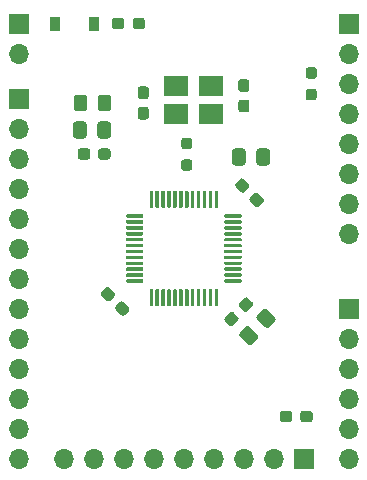
<source format=gbr>
G04 #@! TF.GenerationSoftware,KiCad,Pcbnew,(5.1.10-1-10_14)*
G04 #@! TF.CreationDate,2021-12-12T21:17:35+11:00*
G04 #@! TF.ProjectId,STM32L1_Breakout,53544d33-324c-4315-9f42-7265616b6f75,rev?*
G04 #@! TF.SameCoordinates,Original*
G04 #@! TF.FileFunction,Soldermask,Top*
G04 #@! TF.FilePolarity,Negative*
%FSLAX46Y46*%
G04 Gerber Fmt 4.6, Leading zero omitted, Abs format (unit mm)*
G04 Created by KiCad (PCBNEW (5.1.10-1-10_14)) date 2021-12-12 21:17:35*
%MOMM*%
%LPD*%
G01*
G04 APERTURE LIST*
%ADD10O,1.700000X1.700000*%
%ADD11R,1.700000X1.700000*%
%ADD12R,0.900000X1.200000*%
%ADD13R,2.100000X1.800000*%
G04 APERTURE END LIST*
D10*
X105410000Y-66040000D03*
X105410000Y-63500000D03*
X105410000Y-60960000D03*
X105410000Y-58420000D03*
X105410000Y-55880000D03*
X105410000Y-53340000D03*
X105410000Y-50800000D03*
D11*
X105410000Y-48260000D03*
D10*
X105410000Y-85090000D03*
X105410000Y-82550000D03*
X105410000Y-80010000D03*
X105410000Y-77470000D03*
X105410000Y-74930000D03*
D11*
X105410000Y-72390000D03*
D10*
X77470000Y-85090000D03*
X77470000Y-82550000D03*
X77470000Y-80010000D03*
X77470000Y-77470000D03*
X77470000Y-74930000D03*
X77470000Y-72390000D03*
X77470000Y-69850000D03*
X77470000Y-67310000D03*
X77470000Y-64770000D03*
X77470000Y-62230000D03*
X77470000Y-59690000D03*
X77470000Y-57150000D03*
D11*
X77470000Y-54610000D03*
D10*
X81280000Y-85090000D03*
X83820000Y-85090000D03*
X86360000Y-85090000D03*
X88900000Y-85090000D03*
X91440000Y-85090000D03*
X93980000Y-85090000D03*
X96520000Y-85090000D03*
X99060000Y-85090000D03*
D11*
X101600000Y-85090000D03*
D10*
X77470000Y-50800000D03*
D11*
X77470000Y-48260000D03*
G36*
G01*
X86781008Y-72602132D02*
X86445132Y-72938008D01*
G75*
G02*
X86109256Y-72938008I-167938J167938D01*
G01*
X85684992Y-72513744D01*
G75*
G02*
X85684992Y-72177868I167938J167938D01*
G01*
X86020868Y-71841992D01*
G75*
G02*
X86356744Y-71841992I167938J-167938D01*
G01*
X86781008Y-72266256D01*
G75*
G02*
X86781008Y-72602132I-167938J-167938D01*
G01*
G37*
G36*
G01*
X85561248Y-71382372D02*
X85225372Y-71718248D01*
G75*
G02*
X84889496Y-71718248I-167938J167938D01*
G01*
X84465232Y-71293984D01*
G75*
G02*
X84465232Y-70958108I167938J167938D01*
G01*
X84801108Y-70622232D01*
G75*
G02*
X85136984Y-70622232I167938J-167938D01*
G01*
X85561248Y-71046496D01*
G75*
G02*
X85561248Y-71382372I-167938J-167938D01*
G01*
G37*
G36*
G01*
X97064752Y-62983628D02*
X97400628Y-62647752D01*
G75*
G02*
X97736504Y-62647752I167938J-167938D01*
G01*
X98160768Y-63072016D01*
G75*
G02*
X98160768Y-63407892I-167938J-167938D01*
G01*
X97824892Y-63743768D01*
G75*
G02*
X97489016Y-63743768I-167938J167938D01*
G01*
X97064752Y-63319504D01*
G75*
G02*
X97064752Y-62983628I167938J167938D01*
G01*
G37*
G36*
G01*
X95844992Y-61763868D02*
X96180868Y-61427992D01*
G75*
G02*
X96516744Y-61427992I167938J-167938D01*
G01*
X96941008Y-61852256D01*
G75*
G02*
X96941008Y-62188132I-167938J-167938D01*
G01*
X96605132Y-62524008D01*
G75*
G02*
X96269256Y-62524008I-167938J167938D01*
G01*
X95844992Y-62099744D01*
G75*
G02*
X95844992Y-61763868I167938J167938D01*
G01*
G37*
G36*
G01*
X96917680Y-71513891D02*
X97253556Y-71849767D01*
G75*
G02*
X97253556Y-72185643I-167938J-167938D01*
G01*
X96829292Y-72609907D01*
G75*
G02*
X96493416Y-72609907I-167938J167938D01*
G01*
X96157540Y-72274031D01*
G75*
G02*
X96157540Y-71938155I167938J167938D01*
G01*
X96581804Y-71513891D01*
G75*
G02*
X96917680Y-71513891I167938J-167938D01*
G01*
G37*
G36*
G01*
X95697920Y-72733651D02*
X96033796Y-73069527D01*
G75*
G02*
X96033796Y-73405403I-167938J-167938D01*
G01*
X95609532Y-73829667D01*
G75*
G02*
X95273656Y-73829667I-167938J167938D01*
G01*
X94937780Y-73493791D01*
G75*
G02*
X94937780Y-73157915I167938J167938D01*
G01*
X95362044Y-72733651D01*
G75*
G02*
X95697920Y-72733651I167938J-167938D01*
G01*
G37*
G36*
G01*
X98491346Y-72478032D02*
X99163097Y-73149783D01*
G75*
G02*
X99163097Y-73503337I-176777J-176777D01*
G01*
X98685800Y-73980634D01*
G75*
G02*
X98332246Y-73980634I-176777J176777D01*
G01*
X97660495Y-73308883D01*
G75*
G02*
X97660495Y-72955329I176777J176777D01*
G01*
X98137792Y-72478032D01*
G75*
G02*
X98491346Y-72478032I176777J-176777D01*
G01*
G37*
G36*
G01*
X97024100Y-73945278D02*
X97695851Y-74617029D01*
G75*
G02*
X97695851Y-74970583I-176777J-176777D01*
G01*
X97218554Y-75447880D01*
G75*
G02*
X96865000Y-75447880I-176777J176777D01*
G01*
X96193249Y-74776129D01*
G75*
G02*
X96193249Y-74422575I176777J176777D01*
G01*
X96670546Y-73945278D01*
G75*
G02*
X97024100Y-73945278I176777J-176777D01*
G01*
G37*
G36*
G01*
X83521500Y-59071500D02*
X83521500Y-59546500D01*
G75*
G02*
X83284000Y-59784000I-237500J0D01*
G01*
X82684000Y-59784000D01*
G75*
G02*
X82446500Y-59546500I0J237500D01*
G01*
X82446500Y-59071500D01*
G75*
G02*
X82684000Y-58834000I237500J0D01*
G01*
X83284000Y-58834000D01*
G75*
G02*
X83521500Y-59071500I0J-237500D01*
G01*
G37*
G36*
G01*
X85246500Y-59071500D02*
X85246500Y-59546500D01*
G75*
G02*
X85009000Y-59784000I-237500J0D01*
G01*
X84409000Y-59784000D01*
G75*
G02*
X84171500Y-59546500I0J237500D01*
G01*
X84171500Y-59071500D01*
G75*
G02*
X84409000Y-58834000I237500J0D01*
G01*
X85009000Y-58834000D01*
G75*
G02*
X85246500Y-59071500I0J-237500D01*
G01*
G37*
G36*
G01*
X83221500Y-56802000D02*
X83221500Y-57752000D01*
G75*
G02*
X82971500Y-58002000I-250000J0D01*
G01*
X82296500Y-58002000D01*
G75*
G02*
X82046500Y-57752000I0J250000D01*
G01*
X82046500Y-56802000D01*
G75*
G02*
X82296500Y-56552000I250000J0D01*
G01*
X82971500Y-56552000D01*
G75*
G02*
X83221500Y-56802000I0J-250000D01*
G01*
G37*
G36*
G01*
X85296500Y-56802000D02*
X85296500Y-57752000D01*
G75*
G02*
X85046500Y-58002000I-250000J0D01*
G01*
X84371500Y-58002000D01*
G75*
G02*
X84121500Y-57752000I0J250000D01*
G01*
X84121500Y-56802000D01*
G75*
G02*
X84371500Y-56552000I250000J0D01*
G01*
X85046500Y-56552000D01*
G75*
G02*
X85296500Y-56802000I0J-250000D01*
G01*
G37*
G36*
G01*
X96282500Y-52982500D02*
X96757500Y-52982500D01*
G75*
G02*
X96995000Y-53220000I0J-237500D01*
G01*
X96995000Y-53820000D01*
G75*
G02*
X96757500Y-54057500I-237500J0D01*
G01*
X96282500Y-54057500D01*
G75*
G02*
X96045000Y-53820000I0J237500D01*
G01*
X96045000Y-53220000D01*
G75*
G02*
X96282500Y-52982500I237500J0D01*
G01*
G37*
G36*
G01*
X96282500Y-54707500D02*
X96757500Y-54707500D01*
G75*
G02*
X96995000Y-54945000I0J-237500D01*
G01*
X96995000Y-55545000D01*
G75*
G02*
X96757500Y-55782500I-237500J0D01*
G01*
X96282500Y-55782500D01*
G75*
G02*
X96045000Y-55545000I0J237500D01*
G01*
X96045000Y-54945000D01*
G75*
G02*
X96282500Y-54707500I237500J0D01*
G01*
G37*
G36*
G01*
X88248500Y-54666000D02*
X87773500Y-54666000D01*
G75*
G02*
X87536000Y-54428500I0J237500D01*
G01*
X87536000Y-53828500D01*
G75*
G02*
X87773500Y-53591000I237500J0D01*
G01*
X88248500Y-53591000D01*
G75*
G02*
X88486000Y-53828500I0J-237500D01*
G01*
X88486000Y-54428500D01*
G75*
G02*
X88248500Y-54666000I-237500J0D01*
G01*
G37*
G36*
G01*
X88248500Y-56391000D02*
X87773500Y-56391000D01*
G75*
G02*
X87536000Y-56153500I0J237500D01*
G01*
X87536000Y-55553500D01*
G75*
G02*
X87773500Y-55316000I237500J0D01*
G01*
X88248500Y-55316000D01*
G75*
G02*
X88486000Y-55553500I0J-237500D01*
G01*
X88486000Y-56153500D01*
G75*
G02*
X88248500Y-56391000I-237500J0D01*
G01*
G37*
G36*
G01*
X95508500Y-60038000D02*
X95508500Y-59088000D01*
G75*
G02*
X95758500Y-58838000I250000J0D01*
G01*
X96433500Y-58838000D01*
G75*
G02*
X96683500Y-59088000I0J-250000D01*
G01*
X96683500Y-60038000D01*
G75*
G02*
X96433500Y-60288000I-250000J0D01*
G01*
X95758500Y-60288000D01*
G75*
G02*
X95508500Y-60038000I0J250000D01*
G01*
G37*
G36*
G01*
X97583500Y-60038000D02*
X97583500Y-59088000D01*
G75*
G02*
X97833500Y-58838000I250000J0D01*
G01*
X98508500Y-58838000D01*
G75*
G02*
X98758500Y-59088000I0J-250000D01*
G01*
X98758500Y-60038000D01*
G75*
G02*
X98508500Y-60288000I-250000J0D01*
G01*
X97833500Y-60288000D01*
G75*
G02*
X97583500Y-60038000I0J250000D01*
G01*
G37*
G36*
G01*
X102365000Y-81296500D02*
X102365000Y-81771500D01*
G75*
G02*
X102127500Y-82009000I-237500J0D01*
G01*
X101527500Y-82009000D01*
G75*
G02*
X101290000Y-81771500I0J237500D01*
G01*
X101290000Y-81296500D01*
G75*
G02*
X101527500Y-81059000I237500J0D01*
G01*
X102127500Y-81059000D01*
G75*
G02*
X102365000Y-81296500I0J-237500D01*
G01*
G37*
G36*
G01*
X100640000Y-81296500D02*
X100640000Y-81771500D01*
G75*
G02*
X100402500Y-82009000I-237500J0D01*
G01*
X99802500Y-82009000D01*
G75*
G02*
X99565000Y-81771500I0J237500D01*
G01*
X99565000Y-81296500D01*
G75*
G02*
X99802500Y-81059000I237500J0D01*
G01*
X100402500Y-81059000D01*
G75*
G02*
X100640000Y-81296500I0J-237500D01*
G01*
G37*
D12*
X83820000Y-48260000D03*
X80520000Y-48260000D03*
G36*
G01*
X88155000Y-48022500D02*
X88155000Y-48497500D01*
G75*
G02*
X87917500Y-48735000I-237500J0D01*
G01*
X87342500Y-48735000D01*
G75*
G02*
X87105000Y-48497500I0J237500D01*
G01*
X87105000Y-48022500D01*
G75*
G02*
X87342500Y-47785000I237500J0D01*
G01*
X87917500Y-47785000D01*
G75*
G02*
X88155000Y-48022500I0J-237500D01*
G01*
G37*
G36*
G01*
X86405000Y-48022500D02*
X86405000Y-48497500D01*
G75*
G02*
X86167500Y-48735000I-237500J0D01*
G01*
X85592500Y-48735000D01*
G75*
G02*
X85355000Y-48497500I0J237500D01*
G01*
X85355000Y-48022500D01*
G75*
G02*
X85592500Y-47785000I237500J0D01*
G01*
X86167500Y-47785000D01*
G75*
G02*
X86405000Y-48022500I0J-237500D01*
G01*
G37*
G36*
G01*
X85302000Y-54540999D02*
X85302000Y-55441001D01*
G75*
G02*
X85052001Y-55691000I-249999J0D01*
G01*
X84401999Y-55691000D01*
G75*
G02*
X84152000Y-55441001I0J249999D01*
G01*
X84152000Y-54540999D01*
G75*
G02*
X84401999Y-54291000I249999J0D01*
G01*
X85052001Y-54291000D01*
G75*
G02*
X85302000Y-54540999I0J-249999D01*
G01*
G37*
G36*
G01*
X83252000Y-54540999D02*
X83252000Y-55441001D01*
G75*
G02*
X83002001Y-55691000I-249999J0D01*
G01*
X82351999Y-55691000D01*
G75*
G02*
X82102000Y-55441001I0J249999D01*
G01*
X82102000Y-54540999D01*
G75*
G02*
X82351999Y-54291000I249999J0D01*
G01*
X83002001Y-54291000D01*
G75*
G02*
X83252000Y-54540999I0J-249999D01*
G01*
G37*
G36*
G01*
X102472500Y-52938500D02*
X101997500Y-52938500D01*
G75*
G02*
X101760000Y-52701000I0J237500D01*
G01*
X101760000Y-52201000D01*
G75*
G02*
X101997500Y-51963500I237500J0D01*
G01*
X102472500Y-51963500D01*
G75*
G02*
X102710000Y-52201000I0J-237500D01*
G01*
X102710000Y-52701000D01*
G75*
G02*
X102472500Y-52938500I-237500J0D01*
G01*
G37*
G36*
G01*
X102472500Y-54763500D02*
X101997500Y-54763500D01*
G75*
G02*
X101760000Y-54526000I0J237500D01*
G01*
X101760000Y-54026000D01*
G75*
G02*
X101997500Y-53788500I237500J0D01*
G01*
X102472500Y-53788500D01*
G75*
G02*
X102710000Y-54026000I0J-237500D01*
G01*
X102710000Y-54526000D01*
G75*
G02*
X102472500Y-54763500I-237500J0D01*
G01*
G37*
G36*
G01*
X91931500Y-60732500D02*
X91456500Y-60732500D01*
G75*
G02*
X91219000Y-60495000I0J237500D01*
G01*
X91219000Y-59995000D01*
G75*
G02*
X91456500Y-59757500I237500J0D01*
G01*
X91931500Y-59757500D01*
G75*
G02*
X92169000Y-59995000I0J-237500D01*
G01*
X92169000Y-60495000D01*
G75*
G02*
X91931500Y-60732500I-237500J0D01*
G01*
G37*
G36*
G01*
X91931500Y-58907500D02*
X91456500Y-58907500D01*
G75*
G02*
X91219000Y-58670000I0J237500D01*
G01*
X91219000Y-58170000D01*
G75*
G02*
X91456500Y-57932500I237500J0D01*
G01*
X91931500Y-57932500D01*
G75*
G02*
X92169000Y-58170000I0J-237500D01*
G01*
X92169000Y-58670000D01*
G75*
G02*
X91931500Y-58907500I-237500J0D01*
G01*
G37*
G36*
G01*
X94115000Y-62410000D02*
X94265000Y-62410000D01*
G75*
G02*
X94340000Y-62485000I0J-75000D01*
G01*
X94340000Y-63810000D01*
G75*
G02*
X94265000Y-63885000I-75000J0D01*
G01*
X94115000Y-63885000D01*
G75*
G02*
X94040000Y-63810000I0J75000D01*
G01*
X94040000Y-62485000D01*
G75*
G02*
X94115000Y-62410000I75000J0D01*
G01*
G37*
G36*
G01*
X93615000Y-62410000D02*
X93765000Y-62410000D01*
G75*
G02*
X93840000Y-62485000I0J-75000D01*
G01*
X93840000Y-63810000D01*
G75*
G02*
X93765000Y-63885000I-75000J0D01*
G01*
X93615000Y-63885000D01*
G75*
G02*
X93540000Y-63810000I0J75000D01*
G01*
X93540000Y-62485000D01*
G75*
G02*
X93615000Y-62410000I75000J0D01*
G01*
G37*
G36*
G01*
X93115000Y-62410000D02*
X93265000Y-62410000D01*
G75*
G02*
X93340000Y-62485000I0J-75000D01*
G01*
X93340000Y-63810000D01*
G75*
G02*
X93265000Y-63885000I-75000J0D01*
G01*
X93115000Y-63885000D01*
G75*
G02*
X93040000Y-63810000I0J75000D01*
G01*
X93040000Y-62485000D01*
G75*
G02*
X93115000Y-62410000I75000J0D01*
G01*
G37*
G36*
G01*
X92615000Y-62410000D02*
X92765000Y-62410000D01*
G75*
G02*
X92840000Y-62485000I0J-75000D01*
G01*
X92840000Y-63810000D01*
G75*
G02*
X92765000Y-63885000I-75000J0D01*
G01*
X92615000Y-63885000D01*
G75*
G02*
X92540000Y-63810000I0J75000D01*
G01*
X92540000Y-62485000D01*
G75*
G02*
X92615000Y-62410000I75000J0D01*
G01*
G37*
G36*
G01*
X92115000Y-62410000D02*
X92265000Y-62410000D01*
G75*
G02*
X92340000Y-62485000I0J-75000D01*
G01*
X92340000Y-63810000D01*
G75*
G02*
X92265000Y-63885000I-75000J0D01*
G01*
X92115000Y-63885000D01*
G75*
G02*
X92040000Y-63810000I0J75000D01*
G01*
X92040000Y-62485000D01*
G75*
G02*
X92115000Y-62410000I75000J0D01*
G01*
G37*
G36*
G01*
X91615000Y-62410000D02*
X91765000Y-62410000D01*
G75*
G02*
X91840000Y-62485000I0J-75000D01*
G01*
X91840000Y-63810000D01*
G75*
G02*
X91765000Y-63885000I-75000J0D01*
G01*
X91615000Y-63885000D01*
G75*
G02*
X91540000Y-63810000I0J75000D01*
G01*
X91540000Y-62485000D01*
G75*
G02*
X91615000Y-62410000I75000J0D01*
G01*
G37*
G36*
G01*
X91115000Y-62410000D02*
X91265000Y-62410000D01*
G75*
G02*
X91340000Y-62485000I0J-75000D01*
G01*
X91340000Y-63810000D01*
G75*
G02*
X91265000Y-63885000I-75000J0D01*
G01*
X91115000Y-63885000D01*
G75*
G02*
X91040000Y-63810000I0J75000D01*
G01*
X91040000Y-62485000D01*
G75*
G02*
X91115000Y-62410000I75000J0D01*
G01*
G37*
G36*
G01*
X90615000Y-62410000D02*
X90765000Y-62410000D01*
G75*
G02*
X90840000Y-62485000I0J-75000D01*
G01*
X90840000Y-63810000D01*
G75*
G02*
X90765000Y-63885000I-75000J0D01*
G01*
X90615000Y-63885000D01*
G75*
G02*
X90540000Y-63810000I0J75000D01*
G01*
X90540000Y-62485000D01*
G75*
G02*
X90615000Y-62410000I75000J0D01*
G01*
G37*
G36*
G01*
X90115000Y-62410000D02*
X90265000Y-62410000D01*
G75*
G02*
X90340000Y-62485000I0J-75000D01*
G01*
X90340000Y-63810000D01*
G75*
G02*
X90265000Y-63885000I-75000J0D01*
G01*
X90115000Y-63885000D01*
G75*
G02*
X90040000Y-63810000I0J75000D01*
G01*
X90040000Y-62485000D01*
G75*
G02*
X90115000Y-62410000I75000J0D01*
G01*
G37*
G36*
G01*
X89615000Y-62410000D02*
X89765000Y-62410000D01*
G75*
G02*
X89840000Y-62485000I0J-75000D01*
G01*
X89840000Y-63810000D01*
G75*
G02*
X89765000Y-63885000I-75000J0D01*
G01*
X89615000Y-63885000D01*
G75*
G02*
X89540000Y-63810000I0J75000D01*
G01*
X89540000Y-62485000D01*
G75*
G02*
X89615000Y-62410000I75000J0D01*
G01*
G37*
G36*
G01*
X89115000Y-62410000D02*
X89265000Y-62410000D01*
G75*
G02*
X89340000Y-62485000I0J-75000D01*
G01*
X89340000Y-63810000D01*
G75*
G02*
X89265000Y-63885000I-75000J0D01*
G01*
X89115000Y-63885000D01*
G75*
G02*
X89040000Y-63810000I0J75000D01*
G01*
X89040000Y-62485000D01*
G75*
G02*
X89115000Y-62410000I75000J0D01*
G01*
G37*
G36*
G01*
X88615000Y-62410000D02*
X88765000Y-62410000D01*
G75*
G02*
X88840000Y-62485000I0J-75000D01*
G01*
X88840000Y-63810000D01*
G75*
G02*
X88765000Y-63885000I-75000J0D01*
G01*
X88615000Y-63885000D01*
G75*
G02*
X88540000Y-63810000I0J75000D01*
G01*
X88540000Y-62485000D01*
G75*
G02*
X88615000Y-62410000I75000J0D01*
G01*
G37*
G36*
G01*
X86615000Y-64410000D02*
X87940000Y-64410000D01*
G75*
G02*
X88015000Y-64485000I0J-75000D01*
G01*
X88015000Y-64635000D01*
G75*
G02*
X87940000Y-64710000I-75000J0D01*
G01*
X86615000Y-64710000D01*
G75*
G02*
X86540000Y-64635000I0J75000D01*
G01*
X86540000Y-64485000D01*
G75*
G02*
X86615000Y-64410000I75000J0D01*
G01*
G37*
G36*
G01*
X86615000Y-64910000D02*
X87940000Y-64910000D01*
G75*
G02*
X88015000Y-64985000I0J-75000D01*
G01*
X88015000Y-65135000D01*
G75*
G02*
X87940000Y-65210000I-75000J0D01*
G01*
X86615000Y-65210000D01*
G75*
G02*
X86540000Y-65135000I0J75000D01*
G01*
X86540000Y-64985000D01*
G75*
G02*
X86615000Y-64910000I75000J0D01*
G01*
G37*
G36*
G01*
X86615000Y-65410000D02*
X87940000Y-65410000D01*
G75*
G02*
X88015000Y-65485000I0J-75000D01*
G01*
X88015000Y-65635000D01*
G75*
G02*
X87940000Y-65710000I-75000J0D01*
G01*
X86615000Y-65710000D01*
G75*
G02*
X86540000Y-65635000I0J75000D01*
G01*
X86540000Y-65485000D01*
G75*
G02*
X86615000Y-65410000I75000J0D01*
G01*
G37*
G36*
G01*
X86615000Y-65910000D02*
X87940000Y-65910000D01*
G75*
G02*
X88015000Y-65985000I0J-75000D01*
G01*
X88015000Y-66135000D01*
G75*
G02*
X87940000Y-66210000I-75000J0D01*
G01*
X86615000Y-66210000D01*
G75*
G02*
X86540000Y-66135000I0J75000D01*
G01*
X86540000Y-65985000D01*
G75*
G02*
X86615000Y-65910000I75000J0D01*
G01*
G37*
G36*
G01*
X86615000Y-66410000D02*
X87940000Y-66410000D01*
G75*
G02*
X88015000Y-66485000I0J-75000D01*
G01*
X88015000Y-66635000D01*
G75*
G02*
X87940000Y-66710000I-75000J0D01*
G01*
X86615000Y-66710000D01*
G75*
G02*
X86540000Y-66635000I0J75000D01*
G01*
X86540000Y-66485000D01*
G75*
G02*
X86615000Y-66410000I75000J0D01*
G01*
G37*
G36*
G01*
X86615000Y-66910000D02*
X87940000Y-66910000D01*
G75*
G02*
X88015000Y-66985000I0J-75000D01*
G01*
X88015000Y-67135000D01*
G75*
G02*
X87940000Y-67210000I-75000J0D01*
G01*
X86615000Y-67210000D01*
G75*
G02*
X86540000Y-67135000I0J75000D01*
G01*
X86540000Y-66985000D01*
G75*
G02*
X86615000Y-66910000I75000J0D01*
G01*
G37*
G36*
G01*
X86615000Y-67410000D02*
X87940000Y-67410000D01*
G75*
G02*
X88015000Y-67485000I0J-75000D01*
G01*
X88015000Y-67635000D01*
G75*
G02*
X87940000Y-67710000I-75000J0D01*
G01*
X86615000Y-67710000D01*
G75*
G02*
X86540000Y-67635000I0J75000D01*
G01*
X86540000Y-67485000D01*
G75*
G02*
X86615000Y-67410000I75000J0D01*
G01*
G37*
G36*
G01*
X86615000Y-67910000D02*
X87940000Y-67910000D01*
G75*
G02*
X88015000Y-67985000I0J-75000D01*
G01*
X88015000Y-68135000D01*
G75*
G02*
X87940000Y-68210000I-75000J0D01*
G01*
X86615000Y-68210000D01*
G75*
G02*
X86540000Y-68135000I0J75000D01*
G01*
X86540000Y-67985000D01*
G75*
G02*
X86615000Y-67910000I75000J0D01*
G01*
G37*
G36*
G01*
X86615000Y-68410000D02*
X87940000Y-68410000D01*
G75*
G02*
X88015000Y-68485000I0J-75000D01*
G01*
X88015000Y-68635000D01*
G75*
G02*
X87940000Y-68710000I-75000J0D01*
G01*
X86615000Y-68710000D01*
G75*
G02*
X86540000Y-68635000I0J75000D01*
G01*
X86540000Y-68485000D01*
G75*
G02*
X86615000Y-68410000I75000J0D01*
G01*
G37*
G36*
G01*
X86615000Y-68910000D02*
X87940000Y-68910000D01*
G75*
G02*
X88015000Y-68985000I0J-75000D01*
G01*
X88015000Y-69135000D01*
G75*
G02*
X87940000Y-69210000I-75000J0D01*
G01*
X86615000Y-69210000D01*
G75*
G02*
X86540000Y-69135000I0J75000D01*
G01*
X86540000Y-68985000D01*
G75*
G02*
X86615000Y-68910000I75000J0D01*
G01*
G37*
G36*
G01*
X86615000Y-69410000D02*
X87940000Y-69410000D01*
G75*
G02*
X88015000Y-69485000I0J-75000D01*
G01*
X88015000Y-69635000D01*
G75*
G02*
X87940000Y-69710000I-75000J0D01*
G01*
X86615000Y-69710000D01*
G75*
G02*
X86540000Y-69635000I0J75000D01*
G01*
X86540000Y-69485000D01*
G75*
G02*
X86615000Y-69410000I75000J0D01*
G01*
G37*
G36*
G01*
X86615000Y-69910000D02*
X87940000Y-69910000D01*
G75*
G02*
X88015000Y-69985000I0J-75000D01*
G01*
X88015000Y-70135000D01*
G75*
G02*
X87940000Y-70210000I-75000J0D01*
G01*
X86615000Y-70210000D01*
G75*
G02*
X86540000Y-70135000I0J75000D01*
G01*
X86540000Y-69985000D01*
G75*
G02*
X86615000Y-69910000I75000J0D01*
G01*
G37*
G36*
G01*
X88615000Y-70735000D02*
X88765000Y-70735000D01*
G75*
G02*
X88840000Y-70810000I0J-75000D01*
G01*
X88840000Y-72135000D01*
G75*
G02*
X88765000Y-72210000I-75000J0D01*
G01*
X88615000Y-72210000D01*
G75*
G02*
X88540000Y-72135000I0J75000D01*
G01*
X88540000Y-70810000D01*
G75*
G02*
X88615000Y-70735000I75000J0D01*
G01*
G37*
G36*
G01*
X89115000Y-70735000D02*
X89265000Y-70735000D01*
G75*
G02*
X89340000Y-70810000I0J-75000D01*
G01*
X89340000Y-72135000D01*
G75*
G02*
X89265000Y-72210000I-75000J0D01*
G01*
X89115000Y-72210000D01*
G75*
G02*
X89040000Y-72135000I0J75000D01*
G01*
X89040000Y-70810000D01*
G75*
G02*
X89115000Y-70735000I75000J0D01*
G01*
G37*
G36*
G01*
X89615000Y-70735000D02*
X89765000Y-70735000D01*
G75*
G02*
X89840000Y-70810000I0J-75000D01*
G01*
X89840000Y-72135000D01*
G75*
G02*
X89765000Y-72210000I-75000J0D01*
G01*
X89615000Y-72210000D01*
G75*
G02*
X89540000Y-72135000I0J75000D01*
G01*
X89540000Y-70810000D01*
G75*
G02*
X89615000Y-70735000I75000J0D01*
G01*
G37*
G36*
G01*
X90115000Y-70735000D02*
X90265000Y-70735000D01*
G75*
G02*
X90340000Y-70810000I0J-75000D01*
G01*
X90340000Y-72135000D01*
G75*
G02*
X90265000Y-72210000I-75000J0D01*
G01*
X90115000Y-72210000D01*
G75*
G02*
X90040000Y-72135000I0J75000D01*
G01*
X90040000Y-70810000D01*
G75*
G02*
X90115000Y-70735000I75000J0D01*
G01*
G37*
G36*
G01*
X90615000Y-70735000D02*
X90765000Y-70735000D01*
G75*
G02*
X90840000Y-70810000I0J-75000D01*
G01*
X90840000Y-72135000D01*
G75*
G02*
X90765000Y-72210000I-75000J0D01*
G01*
X90615000Y-72210000D01*
G75*
G02*
X90540000Y-72135000I0J75000D01*
G01*
X90540000Y-70810000D01*
G75*
G02*
X90615000Y-70735000I75000J0D01*
G01*
G37*
G36*
G01*
X91115000Y-70735000D02*
X91265000Y-70735000D01*
G75*
G02*
X91340000Y-70810000I0J-75000D01*
G01*
X91340000Y-72135000D01*
G75*
G02*
X91265000Y-72210000I-75000J0D01*
G01*
X91115000Y-72210000D01*
G75*
G02*
X91040000Y-72135000I0J75000D01*
G01*
X91040000Y-70810000D01*
G75*
G02*
X91115000Y-70735000I75000J0D01*
G01*
G37*
G36*
G01*
X91615000Y-70735000D02*
X91765000Y-70735000D01*
G75*
G02*
X91840000Y-70810000I0J-75000D01*
G01*
X91840000Y-72135000D01*
G75*
G02*
X91765000Y-72210000I-75000J0D01*
G01*
X91615000Y-72210000D01*
G75*
G02*
X91540000Y-72135000I0J75000D01*
G01*
X91540000Y-70810000D01*
G75*
G02*
X91615000Y-70735000I75000J0D01*
G01*
G37*
G36*
G01*
X92115000Y-70735000D02*
X92265000Y-70735000D01*
G75*
G02*
X92340000Y-70810000I0J-75000D01*
G01*
X92340000Y-72135000D01*
G75*
G02*
X92265000Y-72210000I-75000J0D01*
G01*
X92115000Y-72210000D01*
G75*
G02*
X92040000Y-72135000I0J75000D01*
G01*
X92040000Y-70810000D01*
G75*
G02*
X92115000Y-70735000I75000J0D01*
G01*
G37*
G36*
G01*
X92615000Y-70735000D02*
X92765000Y-70735000D01*
G75*
G02*
X92840000Y-70810000I0J-75000D01*
G01*
X92840000Y-72135000D01*
G75*
G02*
X92765000Y-72210000I-75000J0D01*
G01*
X92615000Y-72210000D01*
G75*
G02*
X92540000Y-72135000I0J75000D01*
G01*
X92540000Y-70810000D01*
G75*
G02*
X92615000Y-70735000I75000J0D01*
G01*
G37*
G36*
G01*
X93115000Y-70735000D02*
X93265000Y-70735000D01*
G75*
G02*
X93340000Y-70810000I0J-75000D01*
G01*
X93340000Y-72135000D01*
G75*
G02*
X93265000Y-72210000I-75000J0D01*
G01*
X93115000Y-72210000D01*
G75*
G02*
X93040000Y-72135000I0J75000D01*
G01*
X93040000Y-70810000D01*
G75*
G02*
X93115000Y-70735000I75000J0D01*
G01*
G37*
G36*
G01*
X93615000Y-70735000D02*
X93765000Y-70735000D01*
G75*
G02*
X93840000Y-70810000I0J-75000D01*
G01*
X93840000Y-72135000D01*
G75*
G02*
X93765000Y-72210000I-75000J0D01*
G01*
X93615000Y-72210000D01*
G75*
G02*
X93540000Y-72135000I0J75000D01*
G01*
X93540000Y-70810000D01*
G75*
G02*
X93615000Y-70735000I75000J0D01*
G01*
G37*
G36*
G01*
X94115000Y-70735000D02*
X94265000Y-70735000D01*
G75*
G02*
X94340000Y-70810000I0J-75000D01*
G01*
X94340000Y-72135000D01*
G75*
G02*
X94265000Y-72210000I-75000J0D01*
G01*
X94115000Y-72210000D01*
G75*
G02*
X94040000Y-72135000I0J75000D01*
G01*
X94040000Y-70810000D01*
G75*
G02*
X94115000Y-70735000I75000J0D01*
G01*
G37*
G36*
G01*
X94940000Y-69910000D02*
X96265000Y-69910000D01*
G75*
G02*
X96340000Y-69985000I0J-75000D01*
G01*
X96340000Y-70135000D01*
G75*
G02*
X96265000Y-70210000I-75000J0D01*
G01*
X94940000Y-70210000D01*
G75*
G02*
X94865000Y-70135000I0J75000D01*
G01*
X94865000Y-69985000D01*
G75*
G02*
X94940000Y-69910000I75000J0D01*
G01*
G37*
G36*
G01*
X94940000Y-69410000D02*
X96265000Y-69410000D01*
G75*
G02*
X96340000Y-69485000I0J-75000D01*
G01*
X96340000Y-69635000D01*
G75*
G02*
X96265000Y-69710000I-75000J0D01*
G01*
X94940000Y-69710000D01*
G75*
G02*
X94865000Y-69635000I0J75000D01*
G01*
X94865000Y-69485000D01*
G75*
G02*
X94940000Y-69410000I75000J0D01*
G01*
G37*
G36*
G01*
X94940000Y-68910000D02*
X96265000Y-68910000D01*
G75*
G02*
X96340000Y-68985000I0J-75000D01*
G01*
X96340000Y-69135000D01*
G75*
G02*
X96265000Y-69210000I-75000J0D01*
G01*
X94940000Y-69210000D01*
G75*
G02*
X94865000Y-69135000I0J75000D01*
G01*
X94865000Y-68985000D01*
G75*
G02*
X94940000Y-68910000I75000J0D01*
G01*
G37*
G36*
G01*
X94940000Y-68410000D02*
X96265000Y-68410000D01*
G75*
G02*
X96340000Y-68485000I0J-75000D01*
G01*
X96340000Y-68635000D01*
G75*
G02*
X96265000Y-68710000I-75000J0D01*
G01*
X94940000Y-68710000D01*
G75*
G02*
X94865000Y-68635000I0J75000D01*
G01*
X94865000Y-68485000D01*
G75*
G02*
X94940000Y-68410000I75000J0D01*
G01*
G37*
G36*
G01*
X94940000Y-67910000D02*
X96265000Y-67910000D01*
G75*
G02*
X96340000Y-67985000I0J-75000D01*
G01*
X96340000Y-68135000D01*
G75*
G02*
X96265000Y-68210000I-75000J0D01*
G01*
X94940000Y-68210000D01*
G75*
G02*
X94865000Y-68135000I0J75000D01*
G01*
X94865000Y-67985000D01*
G75*
G02*
X94940000Y-67910000I75000J0D01*
G01*
G37*
G36*
G01*
X94940000Y-67410000D02*
X96265000Y-67410000D01*
G75*
G02*
X96340000Y-67485000I0J-75000D01*
G01*
X96340000Y-67635000D01*
G75*
G02*
X96265000Y-67710000I-75000J0D01*
G01*
X94940000Y-67710000D01*
G75*
G02*
X94865000Y-67635000I0J75000D01*
G01*
X94865000Y-67485000D01*
G75*
G02*
X94940000Y-67410000I75000J0D01*
G01*
G37*
G36*
G01*
X94940000Y-66910000D02*
X96265000Y-66910000D01*
G75*
G02*
X96340000Y-66985000I0J-75000D01*
G01*
X96340000Y-67135000D01*
G75*
G02*
X96265000Y-67210000I-75000J0D01*
G01*
X94940000Y-67210000D01*
G75*
G02*
X94865000Y-67135000I0J75000D01*
G01*
X94865000Y-66985000D01*
G75*
G02*
X94940000Y-66910000I75000J0D01*
G01*
G37*
G36*
G01*
X94940000Y-66410000D02*
X96265000Y-66410000D01*
G75*
G02*
X96340000Y-66485000I0J-75000D01*
G01*
X96340000Y-66635000D01*
G75*
G02*
X96265000Y-66710000I-75000J0D01*
G01*
X94940000Y-66710000D01*
G75*
G02*
X94865000Y-66635000I0J75000D01*
G01*
X94865000Y-66485000D01*
G75*
G02*
X94940000Y-66410000I75000J0D01*
G01*
G37*
G36*
G01*
X94940000Y-65910000D02*
X96265000Y-65910000D01*
G75*
G02*
X96340000Y-65985000I0J-75000D01*
G01*
X96340000Y-66135000D01*
G75*
G02*
X96265000Y-66210000I-75000J0D01*
G01*
X94940000Y-66210000D01*
G75*
G02*
X94865000Y-66135000I0J75000D01*
G01*
X94865000Y-65985000D01*
G75*
G02*
X94940000Y-65910000I75000J0D01*
G01*
G37*
G36*
G01*
X94940000Y-65410000D02*
X96265000Y-65410000D01*
G75*
G02*
X96340000Y-65485000I0J-75000D01*
G01*
X96340000Y-65635000D01*
G75*
G02*
X96265000Y-65710000I-75000J0D01*
G01*
X94940000Y-65710000D01*
G75*
G02*
X94865000Y-65635000I0J75000D01*
G01*
X94865000Y-65485000D01*
G75*
G02*
X94940000Y-65410000I75000J0D01*
G01*
G37*
G36*
G01*
X94940000Y-64910000D02*
X96265000Y-64910000D01*
G75*
G02*
X96340000Y-64985000I0J-75000D01*
G01*
X96340000Y-65135000D01*
G75*
G02*
X96265000Y-65210000I-75000J0D01*
G01*
X94940000Y-65210000D01*
G75*
G02*
X94865000Y-65135000I0J75000D01*
G01*
X94865000Y-64985000D01*
G75*
G02*
X94940000Y-64910000I75000J0D01*
G01*
G37*
G36*
G01*
X94940000Y-64410000D02*
X96265000Y-64410000D01*
G75*
G02*
X96340000Y-64485000I0J-75000D01*
G01*
X96340000Y-64635000D01*
G75*
G02*
X96265000Y-64710000I-75000J0D01*
G01*
X94940000Y-64710000D01*
G75*
G02*
X94865000Y-64635000I0J75000D01*
G01*
X94865000Y-64485000D01*
G75*
G02*
X94940000Y-64410000I75000J0D01*
G01*
G37*
D13*
X93705000Y-53580000D03*
X90805000Y-53580000D03*
X90805000Y-55880000D03*
X93705000Y-55880000D03*
M02*

</source>
